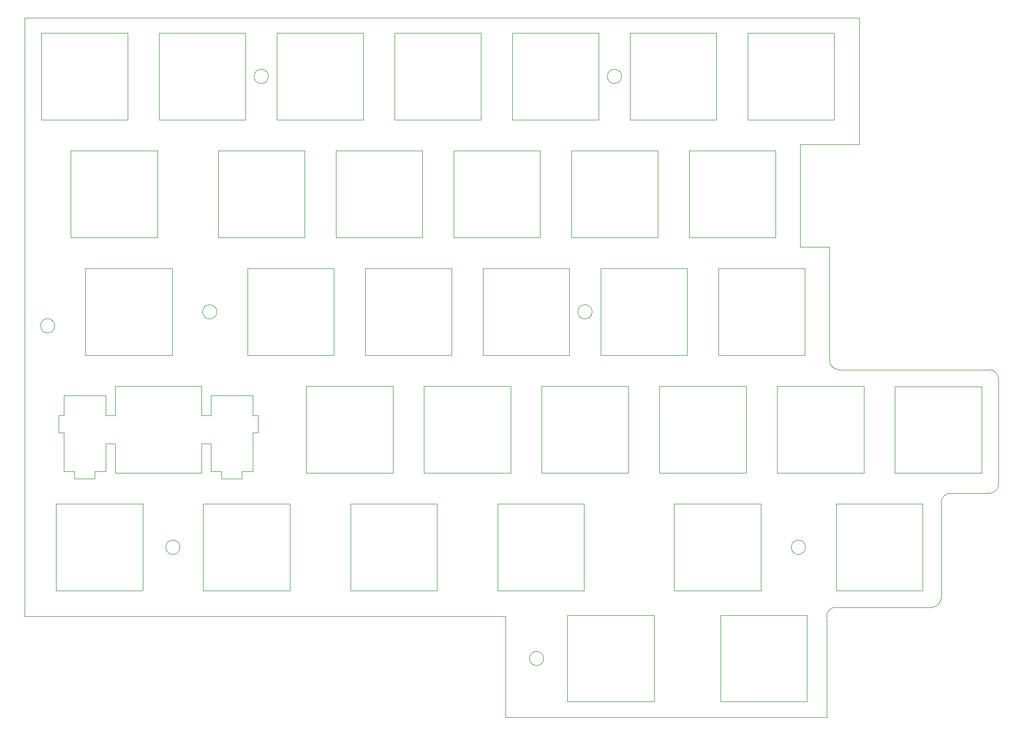
<source format=gbr>
%TF.GenerationSoftware,KiCad,Pcbnew,8.0.7*%
%TF.CreationDate,2025-08-07T20:29:42+02:00*%
%TF.ProjectId,plate6_sx,706c6174-6536-45f7-9378-2e6b69636164,rev?*%
%TF.SameCoordinates,Original*%
%TF.FileFunction,Profile,NP*%
%FSLAX46Y46*%
G04 Gerber Fmt 4.6, Leading zero omitted, Abs format (unit mm)*
G04 Created by KiCad (PCBNEW 8.0.7) date 2025-08-07 20:29:42*
%MOMM*%
%LPD*%
G01*
G04 APERTURE LIST*
%TA.AperFunction,Profile*%
%ADD10C,0.100000*%
%TD*%
G04 APERTURE END LIST*
D10*
X47502380Y-84765200D02*
X47502380Y-70765900D01*
X54359550Y-46665200D02*
X40360000Y-46665200D01*
X164235350Y-126865561D02*
X164235350Y-140865561D01*
X140372350Y-89815900D02*
X154372350Y-89815900D01*
X144847350Y-70765900D02*
X144847350Y-84765200D01*
X159134350Y-65715200D02*
X145135350Y-65715200D01*
X43991150Y-97315300D02*
X43165680Y-97315300D01*
X82934350Y-51715900D02*
X82934350Y-65715200D01*
X77084700Y-39665600D02*
G75*
G02*
X74784700Y-39665600I-1150000J0D01*
G01*
X74784700Y-39665600D02*
G75*
G02*
X77084700Y-39665600I1150000J0D01*
G01*
X111509350Y-32666000D02*
X111509350Y-46665200D01*
X74540750Y-103585200D02*
X72815550Y-103585200D01*
X92747550Y-70765900D02*
X106746850Y-70765900D01*
X66552369Y-108865552D02*
X80552369Y-108865552D01*
X73409350Y-32666000D02*
X73409350Y-46665200D01*
X182946550Y-108865561D02*
X182946550Y-122865561D01*
X125796850Y-70765900D02*
X125796850Y-84765200D01*
X49015450Y-103585200D02*
X49015450Y-104785400D01*
X67791250Y-99114800D02*
X66265750Y-99114800D01*
X45716440Y-103585200D02*
X43991150Y-103585200D01*
X142752550Y-122865561D02*
X142752550Y-108865561D01*
X104366442Y-108865552D02*
X104366442Y-122865561D01*
X74540750Y-94516400D02*
X75366250Y-94516400D01*
X97510050Y-32666000D02*
X111509350Y-32666000D01*
X68750400Y-77765550D02*
G75*
G02*
X66450400Y-77765550I-1150000J0D01*
G01*
X66450400Y-77765550D02*
G75*
G02*
X68750400Y-77765550I1150000J0D01*
G01*
X90366442Y-122865552D02*
X90366442Y-108865552D01*
X59410050Y-32666000D02*
X73409350Y-32666000D01*
X192468148Y-103817842D02*
X178470143Y-103815900D01*
X159134350Y-51715900D02*
X159134350Y-65715200D01*
X37660000Y-126988495D02*
X115485350Y-126988495D01*
X83222550Y-89815900D02*
X97221850Y-89815900D01*
X149609350Y-32666000D02*
X149609350Y-46665200D01*
X111797550Y-70765900D02*
X125796850Y-70765900D01*
X83222550Y-103815200D02*
X83222550Y-89815900D01*
X134234000Y-39665600D02*
G75*
G02*
X131934000Y-39665600I-1150000J0D01*
G01*
X131934000Y-39665600D02*
G75*
G02*
X134234000Y-39665600I1150000J0D01*
G01*
X42531190Y-80021596D02*
G75*
G02*
X40231190Y-80021596I-1150000J0D01*
G01*
X40231190Y-80021596D02*
G75*
G02*
X42531190Y-80021596I1150000J0D01*
G01*
X68935050Y-51715900D02*
X82934350Y-51715900D01*
X168659350Y-32666000D02*
X168659350Y-46665200D01*
X192470090Y-89818542D02*
X192468148Y-103817842D01*
X52266250Y-94516400D02*
X52266250Y-89815900D01*
X116560050Y-46665200D02*
X116560050Y-32666000D01*
X114177450Y-122865561D02*
X114177450Y-108865561D01*
X164235350Y-140865561D02*
X150235350Y-140865561D01*
X145135350Y-51715900D02*
X159134350Y-51715900D01*
X149897350Y-70765900D02*
X163897350Y-70765900D01*
X125485350Y-126865561D02*
X139485350Y-126865561D01*
X61503250Y-70765900D02*
X61503250Y-84765200D01*
X135321850Y-103815200D02*
X121322550Y-103815200D01*
X128177450Y-122865561D02*
X114177450Y-122865561D01*
X68935050Y-65715200D02*
X68935050Y-51715900D01*
X72815550Y-104785400D02*
X69515150Y-104785400D01*
X52266250Y-99114800D02*
X50740750Y-99114800D01*
X168946550Y-108865561D02*
X182946550Y-108865561D01*
X101984350Y-51715900D02*
X101984350Y-65715200D01*
X80552369Y-122865552D02*
X66552369Y-122865552D01*
X66265750Y-89815900D02*
X66265750Y-94516400D01*
X135608650Y-32666000D02*
X149609350Y-32666000D01*
X45122510Y-51715900D02*
X59122050Y-51715900D01*
X142752550Y-108865561D02*
X156752550Y-108865561D01*
X106746850Y-84765200D02*
X92747550Y-84765200D01*
X172659350Y-30140000D02*
X37660000Y-30140000D01*
X111797550Y-84765200D02*
X111797550Y-70765900D01*
X156752550Y-108865561D02*
X156752550Y-122865561D01*
X80552369Y-108865552D02*
X80552369Y-122865552D01*
X56740199Y-108865552D02*
X56740199Y-122865552D01*
X43991150Y-103585200D02*
X43991150Y-97315300D01*
X66552369Y-122865552D02*
X66552369Y-108865552D01*
X111509350Y-46665200D02*
X97510050Y-46665200D01*
X128177450Y-108865561D02*
X128177450Y-122865561D01*
X59410050Y-46665200D02*
X59410050Y-32666000D01*
X69515150Y-103585200D02*
X67791250Y-103585200D01*
X195228969Y-105630545D02*
G75*
G02*
X193728958Y-107130469I-1499969J45D01*
G01*
X163134350Y-50665200D02*
X172659350Y-50665200D01*
X129472200Y-77765550D02*
G75*
G02*
X127172200Y-77765550I-1150000J0D01*
G01*
X127172200Y-77765550D02*
G75*
G02*
X129472200Y-77765550I1150000J0D01*
G01*
X90366442Y-108865552D02*
X104366442Y-108865552D01*
X121322550Y-89815900D02*
X135321850Y-89815900D01*
X167897350Y-85615900D02*
X167897350Y-67239900D01*
X92747550Y-84765200D02*
X92747550Y-70765900D01*
X139485350Y-126865561D02*
X139485350Y-140865561D01*
X169397369Y-87115900D02*
G75*
G02*
X167897300Y-85615900I31J1500100D01*
G01*
X193728969Y-87115900D02*
G75*
G02*
X195229000Y-88615900I31J-1500000D01*
G01*
X56740199Y-122865552D02*
X42740199Y-122865552D01*
X59122050Y-65715200D02*
X45122510Y-65715200D01*
X74540750Y-91286300D02*
X74540750Y-94516400D01*
X185946550Y-124065200D02*
X185946550Y-108630560D01*
X116271850Y-103815200D02*
X102272550Y-103815200D01*
X126085050Y-65715200D02*
X126085050Y-51715900D01*
X52266250Y-89815900D02*
X66265750Y-89815900D01*
X87696850Y-84765200D02*
X73697550Y-84765200D01*
X62796284Y-115865552D02*
G75*
G02*
X60496284Y-115865552I-1150000J0D01*
G01*
X60496284Y-115865552D02*
G75*
G02*
X62796284Y-115865552I1150000J0D01*
G01*
X42740199Y-122865552D02*
X42740199Y-108865552D01*
X163897350Y-70765900D02*
X163897350Y-84765200D01*
X140084350Y-65715200D02*
X126085050Y-65715200D01*
X135608650Y-46665200D02*
X135608650Y-32666000D01*
X182946550Y-122865561D02*
X168946550Y-122865561D01*
X50740750Y-94516400D02*
X52266250Y-94516400D01*
X121635350Y-133865561D02*
G75*
G02*
X119335350Y-133865561I-1150000J0D01*
G01*
X119335350Y-133865561D02*
G75*
G02*
X121635350Y-133865561I1150000J0D01*
G01*
X193728969Y-87115900D02*
X169397369Y-87115900D01*
X87985050Y-65715200D02*
X87985050Y-51715900D01*
X50740750Y-99114800D02*
X50740750Y-103585200D01*
X168659350Y-46665200D02*
X154658350Y-46665200D01*
X43991150Y-91286300D02*
X50740750Y-91286300D01*
X154658350Y-46665200D02*
X154658350Y-32666000D01*
X178470143Y-89818542D02*
X192470090Y-89818542D01*
X116560050Y-32666000D02*
X130559350Y-32666000D01*
X159422350Y-89815900D02*
X173422350Y-89815900D01*
X67791250Y-94516400D02*
X67791250Y-91286300D01*
X54359550Y-32666000D02*
X54359550Y-46665200D01*
X121034350Y-51715900D02*
X121034350Y-65715200D01*
X67791250Y-91286300D02*
X74540750Y-91286300D01*
X87696850Y-70765900D02*
X87696850Y-84765200D01*
X52266250Y-103815200D02*
X52266250Y-99114800D01*
X130559350Y-32666000D02*
X130559350Y-46665200D01*
X173422350Y-103815200D02*
X159422350Y-103815200D01*
X156752550Y-122865561D02*
X142752550Y-122865561D01*
X73409350Y-46665200D02*
X59410050Y-46665200D01*
X154372350Y-89815900D02*
X154372350Y-103815200D01*
X102272550Y-89815900D02*
X116271850Y-89815900D01*
X115485350Y-126988495D02*
X115485350Y-143364950D01*
X144847350Y-84765200D02*
X130847550Y-84765200D01*
X66265750Y-103815200D02*
X52266250Y-103815200D01*
X82934350Y-65715200D02*
X68935050Y-65715200D01*
X43991150Y-94516400D02*
X43991150Y-91286300D01*
X159422350Y-103815200D02*
X159422350Y-89815900D01*
X130559350Y-46665200D02*
X116560050Y-46665200D01*
X69515150Y-104785400D02*
X69515150Y-103585200D01*
X140372350Y-103815200D02*
X140372350Y-89815900D01*
X72815550Y-103585200D02*
X72815550Y-104785400D01*
X107035050Y-65715200D02*
X107035050Y-51715900D01*
X167423350Y-143364950D02*
X167423350Y-127065350D01*
X185946550Y-108630560D02*
G75*
G02*
X187446559Y-107130650I1499950J-40D01*
G01*
X92459350Y-46665200D02*
X78460050Y-46665200D01*
X172659350Y-50665200D02*
X172659350Y-30140000D01*
X74540750Y-97315300D02*
X74540750Y-103585200D01*
X126085050Y-51715900D02*
X140084350Y-51715900D01*
X40360000Y-32666000D02*
X54359550Y-32666000D01*
X59122050Y-51715900D02*
X59122050Y-65715200D01*
X195228969Y-105630545D02*
X195228969Y-88615900D01*
X97221850Y-103815200D02*
X83222550Y-103815200D01*
X130847550Y-84765200D02*
X130847550Y-70765900D01*
X45122510Y-65715200D02*
X45122510Y-51715900D01*
X102272550Y-103815200D02*
X102272550Y-89815900D01*
X104366442Y-122865561D02*
X90366442Y-122865552D01*
X37660000Y-30140000D02*
X37660000Y-126988495D01*
X185946550Y-124065200D02*
G75*
G02*
X184446449Y-125565250I-1500050J0D01*
G01*
X121034350Y-65715200D02*
X107035050Y-65715200D01*
X66265750Y-99114800D02*
X66265750Y-103815200D01*
X154372350Y-103815200D02*
X140372350Y-103815200D01*
X75366250Y-94516400D02*
X75366250Y-97315300D01*
X43165680Y-97315300D02*
X43165680Y-94516400D01*
X50740750Y-91286300D02*
X50740750Y-94516400D01*
X61503250Y-84765200D02*
X47502380Y-84765200D01*
X168937752Y-125565300D02*
X184446449Y-125565300D01*
X107035050Y-51715900D02*
X121034350Y-51715900D01*
X75366250Y-97315300D02*
X74540750Y-97315300D01*
X135321850Y-89815900D02*
X135321850Y-103815200D01*
X114177450Y-108865561D02*
X128177450Y-108865561D01*
X150235350Y-126865561D02*
X164235350Y-126865561D01*
X140084350Y-51715900D02*
X140084350Y-65715200D01*
X163897350Y-84765200D02*
X149897350Y-84765200D01*
X150235350Y-140865561D02*
X150235350Y-126865561D01*
X121322550Y-103815200D02*
X121322550Y-89815900D01*
X167423350Y-127065350D02*
G75*
G02*
X168937752Y-125565318I1500150J-50D01*
G01*
X125796850Y-84765200D02*
X111797550Y-84765200D01*
X101984350Y-65715200D02*
X87985050Y-65715200D01*
X49015450Y-104785400D02*
X45716440Y-104785400D01*
X145135350Y-65715200D02*
X145135350Y-51715900D01*
X43165680Y-94516400D02*
X43991150Y-94516400D01*
X40360000Y-46665200D02*
X40360000Y-32666000D01*
X78460050Y-46665200D02*
X78460050Y-32666000D01*
X97221850Y-89815900D02*
X97221850Y-103815200D01*
X92459350Y-32666000D02*
X92459350Y-46665200D01*
X163999550Y-115865561D02*
G75*
G02*
X161699550Y-115865561I-1150000J0D01*
G01*
X161699550Y-115865561D02*
G75*
G02*
X163999550Y-115865561I1150000J0D01*
G01*
X106746850Y-70765900D02*
X106746850Y-84765200D01*
X73697550Y-70765900D02*
X87696850Y-70765900D01*
X163134350Y-67239900D02*
X163134350Y-50665200D01*
X73697550Y-84765200D02*
X73697550Y-70765900D01*
X50740750Y-103585200D02*
X49015450Y-103585200D01*
X116271850Y-89815900D02*
X116271850Y-103815200D01*
X149897350Y-84765200D02*
X149897350Y-70765900D01*
X125485350Y-140865561D02*
X125485350Y-126865561D01*
X97510050Y-46665200D02*
X97510050Y-32666000D01*
X168946550Y-122865561D02*
X168946550Y-108865561D01*
X154658350Y-32666000D02*
X168659350Y-32666000D01*
X167897350Y-67239900D02*
X163134350Y-67239900D01*
X47502380Y-70765900D02*
X61503250Y-70765900D01*
X66265750Y-94516400D02*
X67791250Y-94516400D01*
X87985050Y-51715900D02*
X101984350Y-51715900D01*
X45716440Y-104785400D02*
X45716440Y-103585200D01*
X173422350Y-89815900D02*
X173422350Y-103815200D01*
X178470143Y-103815900D02*
X178470143Y-89818542D01*
X115485350Y-143364950D02*
X167423350Y-143364950D01*
X149609350Y-46665200D02*
X135608650Y-46665200D01*
X42740199Y-108865552D02*
X56740199Y-108865552D01*
X78460050Y-32666000D02*
X92459350Y-32666000D01*
X187446559Y-107130556D02*
X193728958Y-107130556D01*
X130847550Y-70765900D02*
X144847350Y-70765900D01*
X67791250Y-103585200D02*
X67791250Y-99114800D01*
X139485350Y-140865561D02*
X125485350Y-140865561D01*
M02*

</source>
